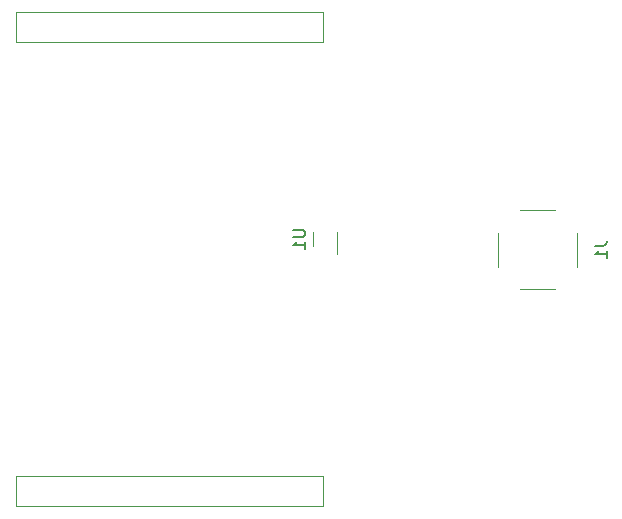
<source format=gbo>
G04 #@! TF.GenerationSoftware,KiCad,Pcbnew,(6.0.5-0)*
G04 #@! TF.CreationDate,2023-03-07T01:44:05-05:00*
G04 #@! TF.ProjectId,antenna-pcb,616e7465-6e6e-4612-9d70-63622e6b6963,3*
G04 #@! TF.SameCoordinates,Original*
G04 #@! TF.FileFunction,Legend,Bot*
G04 #@! TF.FilePolarity,Positive*
%FSLAX46Y46*%
G04 Gerber Fmt 4.6, Leading zero omitted, Abs format (unit mm)*
G04 Created by KiCad (PCBNEW (6.0.5-0)) date 2023-03-07 01:44:05*
%MOMM*%
%LPD*%
G01*
G04 APERTURE LIST*
%ADD10C,0.150000*%
%ADD11C,0.120000*%
%ADD12C,5.500000*%
%ADD13C,4.300000*%
%ADD14C,2.050000*%
%ADD15C,2.250000*%
%ADD16R,26.000000X8.000000*%
%ADD17R,2.000000X8.000000*%
%ADD18R,0.350000X1.000000*%
G04 APERTURE END LIST*
D10*
G04 #@! TO.C,J1*
X154552380Y-97366666D02*
X155266666Y-97366666D01*
X155409523Y-97319047D01*
X155504761Y-97223809D01*
X155552380Y-97080952D01*
X155552380Y-96985714D01*
X155552380Y-98366666D02*
X155552380Y-97795238D01*
X155552380Y-98080952D02*
X154552380Y-98080952D01*
X154695238Y-97985714D01*
X154790476Y-97890476D01*
X154838095Y-97795238D01*
G04 #@! TO.C,U1*
X129002380Y-96038095D02*
X129811904Y-96038095D01*
X129907142Y-96085714D01*
X129954761Y-96133333D01*
X130002380Y-96228571D01*
X130002380Y-96419047D01*
X129954761Y-96514285D01*
X129907142Y-96561904D01*
X129811904Y-96609523D01*
X129002380Y-96609523D01*
X130002380Y-97609523D02*
X130002380Y-97038095D01*
X130002380Y-97323809D02*
X129002380Y-97323809D01*
X129145238Y-97228571D01*
X129240476Y-97133333D01*
X129288095Y-97038095D01*
D11*
G04 #@! TO.C,J1*
X151150000Y-94345000D02*
X148250000Y-94345000D01*
X153055000Y-99150000D02*
X153055000Y-96250000D01*
X151150000Y-101055000D02*
X148250000Y-101055000D01*
X146345000Y-99150000D02*
X146345000Y-96250000D01*
G04 #@! TO.C,AE1*
X131500000Y-116850000D02*
X131500000Y-119390000D01*
X105500000Y-77610000D02*
X131500000Y-77610000D01*
X105500000Y-119390000D02*
X131500000Y-119390000D01*
X105500000Y-116850000D02*
X131500000Y-116850000D01*
X131500000Y-77610000D02*
X131500000Y-80150000D01*
X105500000Y-80150000D02*
X131500000Y-80150000D01*
X105500000Y-80150000D02*
X105500000Y-77610000D01*
X105500000Y-119390000D02*
X105500000Y-116850000D01*
G04 #@! TO.C,U1*
X132750000Y-98100000D02*
X132750000Y-96200000D01*
X130650000Y-97400000D02*
X130650000Y-96200000D01*
G04 #@! TD*
%LPC*%
D12*
G04 #@! TO.C,H4*
X163450000Y-143450000D03*
G04 #@! TD*
D13*
G04 #@! TO.C,H6*
X161364000Y-58495000D03*
G04 #@! TD*
D12*
G04 #@! TO.C,H1*
X73550000Y-53550000D03*
G04 #@! TD*
D13*
G04 #@! TO.C,H8*
X161364000Y-138505000D03*
G04 #@! TD*
G04 #@! TO.C,H7*
X75639000Y-134695000D03*
G04 #@! TD*
G04 #@! TO.C,H5*
X75639000Y-61035000D03*
G04 #@! TD*
D12*
G04 #@! TO.C,H3*
X73550000Y-143450000D03*
G04 #@! TD*
G04 #@! TO.C,H2*
X163450000Y-53550000D03*
G04 #@! TD*
D14*
G04 #@! TO.C,J1*
X149700000Y-97700000D03*
D15*
X147150000Y-95150000D03*
X152250000Y-100250000D03*
X147150000Y-100250000D03*
X152250000Y-95150000D03*
G04 #@! TD*
D16*
G04 #@! TO.C,AE1*
X118500000Y-86700000D03*
D17*
X130500000Y-86700000D03*
D16*
X118500000Y-110300000D03*
D17*
X130500000Y-110300000D03*
G04 #@! TD*
D18*
G04 #@! TO.C,U1*
X132350000Y-97700000D03*
X131700000Y-97700000D03*
X131050000Y-97700000D03*
X131050000Y-95900000D03*
X131700000Y-95900000D03*
X132350000Y-95900000D03*
G04 #@! TD*
M02*

</source>
